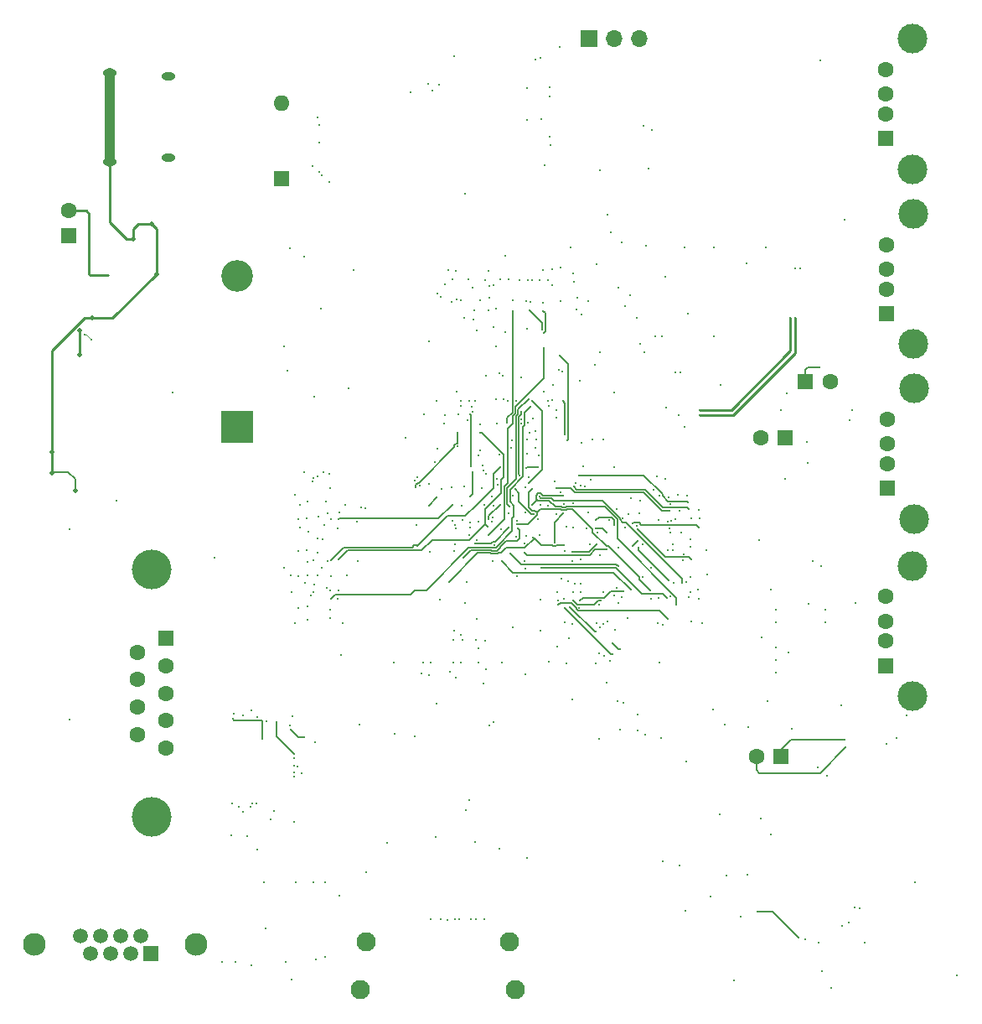
<source format=gbl>
%TF.GenerationSoftware,KiCad,Pcbnew,(6.99.0-1585-g9fcc641808)*%
%TF.CreationDate,2022-04-15T11:00:37+08:00*%
%TF.ProjectId,RaspberryPi,52617370-6265-4727-9279-50692e6b6963,rev?*%
%TF.SameCoordinates,Original*%
%TF.FileFunction,Copper,L4,Bot*%
%TF.FilePolarity,Positive*%
%FSLAX46Y46*%
G04 Gerber Fmt 4.6, Leading zero omitted, Abs format (unit mm)*
G04 Created by KiCad (PCBNEW (6.99.0-1585-g9fcc641808)) date 2022-04-15 11:00:37*
%MOMM*%
%LPD*%
G01*
G04 APERTURE LIST*
%TA.AperFunction,ComponentPad*%
%ADD10R,1.600000X1.600000*%
%TD*%
%TA.AperFunction,ComponentPad*%
%ADD11C,1.600000*%
%TD*%
%TA.AperFunction,ComponentPad*%
%ADD12C,4.000000*%
%TD*%
%TA.AperFunction,ComponentPad*%
%ADD13C,3.000000*%
%TD*%
%TA.AperFunction,ComponentPad*%
%ADD14R,1.500000X1.600000*%
%TD*%
%TA.AperFunction,ComponentPad*%
%ADD15R,1.500000X1.500000*%
%TD*%
%TA.AperFunction,ComponentPad*%
%ADD16C,1.500000*%
%TD*%
%TA.AperFunction,ComponentPad*%
%ADD17C,2.300000*%
%TD*%
%TA.AperFunction,ComponentPad*%
%ADD18R,1.700000X1.700000*%
%TD*%
%TA.AperFunction,ComponentPad*%
%ADD19O,1.700000X1.700000*%
%TD*%
%TA.AperFunction,ComponentPad*%
%ADD20R,3.200000X3.200000*%
%TD*%
%TA.AperFunction,ComponentPad*%
%ADD21O,3.200000X3.200000*%
%TD*%
%TA.AperFunction,ComponentPad*%
%ADD22O,1.600000X1.600000*%
%TD*%
%TA.AperFunction,ComponentPad*%
%ADD23O,1.400000X0.800000*%
%TD*%
%TA.AperFunction,ComponentPad*%
%ADD24C,1.950000*%
%TD*%
%TA.AperFunction,ViaPad*%
%ADD25C,0.250000*%
%TD*%
%TA.AperFunction,ViaPad*%
%ADD26C,0.300000*%
%TD*%
%TA.AperFunction,ViaPad*%
%ADD27C,0.500000*%
%TD*%
%TA.AperFunction,Conductor*%
%ADD28C,0.250000*%
%TD*%
%TA.AperFunction,Conductor*%
%ADD29C,0.127000*%
%TD*%
%TA.AperFunction,Conductor*%
%ADD30C,0.101600*%
%TD*%
%TA.AperFunction,Conductor*%
%ADD31C,1.000000*%
%TD*%
%TA.AperFunction,Conductor*%
%ADD32C,0.154000*%
%TD*%
G04 APERTURE END LIST*
D10*
%TO.P,C73,1*%
%TO.N,/HOST_PWR2*%
X158495112Y-123349999D03*
D11*
%TO.P,C73,2*%
%TO.N,GND*%
X155995113Y-123350000D03*
%TD*%
D10*
%TO.P,C74,1*%
%TO.N,/HOST_PWR1*%
X160944887Y-85549999D03*
D11*
%TO.P,C74,2*%
%TO.N,GND*%
X163444888Y-85550000D03*
%TD*%
D10*
%TO.P,C51,1*%
%TO.N,Net-(D12-K)*%
X158939999Y-91209999D03*
D11*
%TO.P,C51,2*%
%TO.N,GND*%
X156440000Y-91210000D03*
%TD*%
D10*
%TO.P,REF\u002A\u002A,1*%
%TO.N,Net-(Q1-S)*%
X86499999Y-70789999D03*
D11*
%TO.P,REF\u002A\u002A,2*%
%TO.N,GND*%
X86500000Y-68290000D03*
%TD*%
%TO.P,J9,9,9*%
%TO.N,unconnected-(J9-Pad9)*%
X93460300Y-121175000D03*
%TO.P,J9,8,8*%
%TO.N,Net-(U31-R2IN)*%
X93460300Y-118405000D03*
%TO.P,J9,7,7*%
%TO.N,Net-(U31-T2OUT)*%
X93460300Y-115635000D03*
%TO.P,J9,6,6*%
%TO.N,unconnected-(J9-Pad6)*%
X93460300Y-112865000D03*
%TO.P,J9,5,5*%
%TO.N,GND*%
X96300300Y-122560000D03*
%TO.P,J9,4,4*%
%TO.N,unconnected-(J9-Pad4)*%
X96300300Y-119790000D03*
%TO.P,J9,3,3*%
%TO.N,Net-(U31-T1OUT)*%
X96300300Y-117020000D03*
%TO.P,J9,2,2*%
%TO.N,Net-(U31-R1IN)*%
X96300300Y-114250000D03*
D10*
%TO.P,J9,1,1*%
%TO.N,unconnected-(J9-Pad1)*%
X96300299Y-111479999D03*
D12*
%TO.P,J9,0*%
%TO.N,N/C*%
X94880300Y-104520000D03*
X94880300Y-129520000D03*
%TD*%
D13*
%TO.P,J7,5,Shield*%
%TO.N,GND*%
X171770000Y-117290000D03*
X171770000Y-104150000D03*
D11*
%TO.P,J7,4,GND*%
X169060000Y-107220000D03*
%TO.P,J7,3,D+*%
%TO.N,Net-(D15-A2)*%
X169060000Y-109720000D03*
%TO.P,J7,2,D-*%
%TO.N,Net-(D18-A2)*%
X169060000Y-111720000D03*
D14*
%TO.P,J7,1,VBUS*%
%TO.N,/HOST_PWR2*%
X169059999Y-114219999D03*
%TD*%
%TO.P,J6,1,VBUS*%
%TO.N,/HOST_PWR2*%
X169099999Y-61009999D03*
D11*
%TO.P,J6,2,D-*%
%TO.N,Net-(D17-A2)*%
X169100000Y-58510000D03*
%TO.P,J6,3,D+*%
%TO.N,Net-(D14-A2)*%
X169100000Y-56510000D03*
%TO.P,J6,4,GND*%
%TO.N,GND*%
X169100000Y-54010000D03*
D13*
%TO.P,J6,5,Shield*%
X171810000Y-50940000D03*
X171810000Y-64080000D03*
%TD*%
D14*
%TO.P,J5,1,VBUS*%
%TO.N,/HOST_PWR1*%
X169119999Y-78699999D03*
D11*
%TO.P,J5,2,D-*%
%TO.N,Net-(D16-A2)*%
X169120000Y-76200000D03*
%TO.P,J5,3,D+*%
%TO.N,Net-(D13-A2)*%
X169120000Y-74200000D03*
%TO.P,J5,4,GND*%
%TO.N,GND*%
X169120000Y-71700000D03*
D13*
%TO.P,J5,5,Shield*%
X171830000Y-68630000D03*
X171830000Y-81770000D03*
%TD*%
D15*
%TO.P,J4,1*%
%TO.N,Net-(U25-TD4-)*%
X94779999Y-143274999D03*
D16*
%TO.P,J4,2*%
%TO.N,Net-(U25-TD4+)*%
X93764000Y-141495000D03*
%TO.P,J4,3*%
%TO.N,Net-(U25-TD3-)*%
X92748000Y-143275000D03*
%TO.P,J4,4*%
%TO.N,Net-(U25-TD2-)*%
X91732000Y-141495000D03*
%TO.P,J4,5*%
%TO.N,Net-(U25-TD2+)*%
X90716000Y-143275000D03*
%TO.P,J4,6*%
%TO.N,Net-(U25-TD3+)*%
X89700000Y-141495000D03*
%TO.P,J4,7*%
%TO.N,Net-(U25-TD1-)*%
X88684000Y-143275000D03*
%TO.P,J4,8*%
%TO.N,Net-(U25-TD1+)*%
X87668000Y-141495000D03*
D17*
%TO.P,J4,SH*%
%TO.N,N/C*%
X83090000Y-142385000D03*
X99350000Y-142385000D03*
%TD*%
D13*
%TO.P,J2,5,Shield*%
%TO.N,GND*%
X171940000Y-99390000D03*
X171940000Y-86250000D03*
D11*
%TO.P,J2,4,GND*%
X169230000Y-89320000D03*
%TO.P,J2,3,D+*%
%TO.N,Net-(D7-A2)*%
X169230000Y-91820000D03*
%TO.P,J2,2,D-*%
%TO.N,Net-(D5-A2)*%
X169230000Y-93820000D03*
D14*
%TO.P,J2,1,VBUS*%
%TO.N,Net-(D12-K)*%
X169229999Y-96319999D03*
%TD*%
D18*
%TO.P,J1,1,Pin_1*%
%TO.N,/SDMMC_D1*%
X139134999Y-50914999D03*
D19*
%TO.P,J1,2,Pin_2*%
%TO.N,/SDMMC_D0*%
X141674999Y-50914999D03*
%TO.P,J1,3,Pin_3*%
%TO.N,GND*%
X144214999Y-50914999D03*
%TD*%
D20*
%TO.P,D2,1,K*%
%TO.N,Net-(D2-K)*%
X103554999Y-90154999D03*
D21*
%TO.P,D2,2,A*%
%TO.N,GND*%
X103554999Y-74914999D03*
%TD*%
D10*
%TO.P,D1,1,K*%
%TO.N,GND*%
X108004999Y-65014999D03*
D22*
%TO.P,D1,2,A*%
%TO.N,+5V*%
X108004999Y-57394999D03*
%TD*%
D23*
%TO.P,P1,S1,SHIELD*%
%TO.N,GND*%
X90664999Y-54344999D03*
X96614999Y-54704999D03*
X96614999Y-62964999D03*
X90664999Y-63324999D03*
%TD*%
D24*
%TO.P,J8,S1*%
%TO.N,N/C*%
X131070000Y-142059500D03*
%TO.P,J8,S2*%
X116570000Y-142059500D03*
%TO.P,J8,S3*%
X115970000Y-146959500D03*
%TO.P,J8,S4*%
X131670000Y-146959500D03*
%TD*%
D25*
%TO.N,/HUB_D2+*%
X147805000Y-84580916D03*
%TO.N,/HUB_D2-*%
X148355000Y-84580916D03*
X160455000Y-74110000D03*
%TO.N,/HUB_D2+*%
X159905000Y-74110000D03*
%TO.N,/HUB_D3-*%
X150310000Y-88935000D03*
%TO.N,/HUB_D3+*%
X150310000Y-88385000D03*
%TO.N,/HUB_D3-*%
X159945000Y-79130000D03*
%TO.N,/HUB_D3+*%
X159395000Y-79130000D03*
%TO.N,GND*%
X165040000Y-122460000D03*
%TO.N,/HOST_PWR2*%
X164930000Y-121710000D03*
%TO.N,/HOST_PWR1*%
X162400000Y-84070000D03*
%TO.N,GND*%
X90490000Y-74830000D03*
D26*
%TO.N,/RSET*%
X106110000Y-121593100D03*
X103100000Y-119600000D03*
%TO.N,/CLK*%
X114770000Y-86220000D03*
X112650838Y-103633145D03*
D25*
%TO.N,/MDI3-*%
X105593300Y-132818200D03*
X112410000Y-136110500D03*
%TO.N,/MDI3+*%
X105510000Y-128098000D03*
X111250100Y-136110500D03*
%TO.N,/MDI2-*%
X104853000Y-128445800D03*
X109438800Y-136110500D03*
%TO.N,/MDI1-*%
X103708800Y-128431400D03*
X106264900Y-136110500D03*
%TO.N,/PHY_PMEB*%
X110346200Y-121465900D03*
X108924400Y-120674500D03*
%TO.N,/HOST1_D-*%
X140641500Y-113243500D03*
X146456800Y-80939700D03*
%TO.N,/HOST1_D+*%
X140086500Y-112990100D03*
X145777900Y-80948800D03*
%TO.N,/UART1_RTS*%
X126297900Y-111608700D03*
X157995000Y-109847900D03*
%TO.N,/UART1_TX*%
X156503900Y-111363300D03*
X125362600Y-111656100D03*
%TO.N,/UART1_CTS*%
X125503300Y-110693300D03*
X157995000Y-108579300D03*
%TO.N,/UART1_RX*%
X126177100Y-111106000D03*
X157995000Y-112399700D03*
%TO.N,/I2C2_SDA*%
X144877800Y-71862400D03*
X137267600Y-71968800D03*
X137525700Y-100307700D03*
%TO.N,/I2C2_SCL*%
X139964600Y-100811400D03*
X145144900Y-64021800D03*
%TO.N,/PHY_TXEN*%
X121478300Y-121383100D03*
X109274900Y-123578200D03*
%TO.N,Net-(U26-MAC_TXEN)*%
X137395300Y-109981700D03*
X137406900Y-117633700D03*
X123695000Y-118047900D03*
%TO.N,Net-(U26-TXD3)*%
X137168800Y-108289700D03*
X139766900Y-110784900D03*
X140890000Y-115906400D03*
%TO.N,Net-(U26-MAC_TXD2)*%
X139847500Y-109892200D03*
X142537300Y-117984200D03*
%TO.N,Net-(U26-MAC_TXD1)*%
X136628300Y-109836700D03*
X140567000Y-110033600D03*
X143970000Y-119130100D03*
%TO.N,Net-(U26-MAC_TXD0)*%
X136638500Y-108380200D03*
X141482000Y-113029000D03*
%TO.N,/PHY_TXCLK*%
X109285300Y-125390000D03*
X146351400Y-121527000D03*
%TO.N,Net-(U26-MAC_CLK)*%
X114006700Y-113133200D03*
X135838400Y-112324200D03*
%TO.N,/PHY_RXD0*%
X102983200Y-131373600D03*
X106910000Y-129767700D03*
%TO.N,/SDMMC_CLK*%
X142039400Y-107918100D03*
X144594500Y-59705900D03*
X135159700Y-56786700D03*
%TO.N,/OTG_D-*%
X161164600Y-93740000D03*
X139814300Y-114004400D03*
%TO.N,/OTG_D+*%
X141248600Y-113709200D03*
X161145400Y-91623000D03*
%TO.N,/MAC_MDIO*%
X108882100Y-120244800D03*
X109090200Y-119313700D03*
%TO.N,/PHY_TXD3*%
X111387900Y-121970700D03*
X140151700Y-121570900D03*
%TO.N,/PHY_TXD2*%
X142230700Y-120645600D03*
X105589400Y-119426100D03*
X109271800Y-124340000D03*
%TO.N,/PHY_TXD1*%
X109657200Y-124429700D03*
X104938500Y-118692500D03*
X143970000Y-120777800D03*
%TO.N,/PHY_TXD0*%
X144790800Y-121183700D03*
X103233500Y-119046700D03*
X109283600Y-125005900D03*
%TO.N,Net-(U21-OVCUR1)*%
X149105000Y-78679300D03*
X148754700Y-71968100D03*
%TO.N,Net-(U21-PSELF)*%
X151705000Y-80943700D03*
X151717100Y-71982000D03*
%TO.N,Net-(U21-RREF)*%
X146906900Y-88151200D03*
X155000000Y-73619700D03*
%TO.N,/PHY_INT*%
X109259000Y-130026300D03*
X104570000Y-131427300D03*
%TO.N,/SDMMC_CMD*%
X139174800Y-101989400D03*
X140501200Y-91366600D03*
X139441100Y-91366600D03*
X135130900Y-55861300D03*
X111667900Y-58853500D03*
%TO.N,/SDMMC_D3*%
X140528600Y-106816200D03*
X140976800Y-68661100D03*
X134306900Y-59060000D03*
X111833900Y-59655900D03*
%TO.N,Net-(U2-USB_RBIAS)*%
X135047500Y-113829100D03*
X146168800Y-113891700D03*
%TO.N,/SDMMC_D2*%
X140099300Y-108057400D03*
X141292700Y-70441000D03*
X135158700Y-60777900D03*
X111838900Y-61442100D03*
%TO.N,Net-(U31-R2IN)*%
X162945000Y-108579000D03*
%TO.N,Net-(U31-T2OUT)*%
X162945000Y-109858000D03*
%TO.N,Net-(U31-T1OUT)*%
X157995000Y-114930600D03*
%TO.N,Net-(U31-R1IN)*%
X157995000Y-113657900D03*
%TO.N,Net-(U25-TD1+)*%
X112410000Y-143597500D03*
%TO.N,Net-(U25-TD1-)*%
X111510500Y-143859500D03*
%TO.N,Net-(U25-TD3+)*%
X106410000Y-140718700D03*
%TO.N,Net-(U25-TD2+)*%
X109047000Y-145905800D03*
%TO.N,Net-(U25-TD2-)*%
X108410000Y-144105800D03*
%TO.N,Net-(U25-TD3-)*%
X104953700Y-144471500D03*
%TO.N,Net-(U25-TD4+)*%
X103410000Y-144105800D03*
%TO.N,Net-(U25-TD4-)*%
X102055900Y-144155200D03*
%TO.N,/SDMMC_D0*%
X136570900Y-107491400D03*
X134649700Y-63729800D03*
X111832800Y-64359600D03*
%TO.N,/SDMMC_D1*%
X135182900Y-61634100D03*
X111175000Y-63760300D03*
X138157500Y-107672500D03*
X142566100Y-106689100D03*
X144720700Y-82586300D03*
X140217900Y-82586300D03*
%TO.N,Net-(D11-A2)*%
X121075000Y-56347700D03*
X132855000Y-59131900D03*
%TO.N,Net-(D10-A2)*%
X122833400Y-55505900D03*
X133660000Y-53013900D03*
%TO.N,Net-(D9-A2)*%
X123275000Y-56164900D03*
X132865000Y-55870700D03*
%TO.N,Net-(D8-A2)*%
X134147300Y-52849800D03*
X125475000Y-52693000D03*
%TO.N,/SDMMC_DET*%
X126575000Y-66560700D03*
X112072500Y-64692900D03*
X141907300Y-106373300D03*
X142432700Y-71484600D03*
%TO.N,/PHY_CLKOUT125*%
X115926700Y-120192500D03*
X104110000Y-119272700D03*
%TO.N,Net-(U27-EN)*%
X159065850Y-86687950D03*
X170130000Y-121527000D03*
%TO.N,Net-(U25-TCT1)_1*%
X113855100Y-137472900D03*
X176296200Y-145501700D03*
%TO.N,Net-(D12-K)*%
X158900000Y-95393700D03*
%TO.N,Net-(U21-RESET#)*%
X156971100Y-72027900D03*
X152355000Y-85868200D03*
%TO.N,/RECOVER*%
X130282400Y-113935300D03*
X128468300Y-116008100D03*
%TO.N,Net-(U11-HDMI_HPD)*%
X123988200Y-107580300D03*
X116550000Y-135071200D03*
%TO.N,/I2C5_SDA_HDMI*%
X126966100Y-127757000D03*
X138109300Y-108370000D03*
%TO.N,/I2C5_SCL_HDMI*%
X140266900Y-107680000D03*
X137520100Y-107637600D03*
X132852500Y-133632500D03*
%TO.N,/HDMICEC*%
X140238400Y-110317700D03*
X131419400Y-110376100D03*
X127545000Y-131985800D03*
%TO.N,/HDMITXC-*%
X123070000Y-139846200D03*
X122169000Y-115032500D03*
%TO.N,/HDMITXC+*%
X122317800Y-113900900D03*
X124144400Y-139851700D03*
%TO.N,/HDMITXD0-*%
X122942100Y-115156200D03*
X124765900Y-139857200D03*
%TO.N,/HDMITXD0+*%
X123117800Y-113900900D03*
X125515700Y-139851700D03*
%TO.N,/HDMITXD1-*%
X125038400Y-114837400D03*
X126015700Y-139851700D03*
%TO.N,/HDMITXD1+*%
X125363400Y-113905300D03*
X127137000Y-139851700D03*
%TO.N,/HDMITXD2-*%
X125619200Y-115410400D03*
X127639200Y-139849500D03*
%TO.N,/HDMITXD2+*%
X126161200Y-113903100D03*
X128508300Y-139851700D03*
%TO.N,/HOST_VBus*%
X127904600Y-112447200D03*
X159269500Y-112858800D03*
X158501450Y-88430150D03*
%TO.N,/UART0_RX*%
X162207200Y-124509700D03*
X161734900Y-103642700D03*
X140205200Y-103060000D03*
%TO.N,/UART0_CTS*%
X164554800Y-118189200D03*
X142012300Y-117822700D03*
X138247500Y-103507300D03*
%TO.N,/UART0_TX*%
X163155500Y-125322200D03*
X162527000Y-104147300D03*
X137370300Y-103648400D03*
%TO.N,/D5*%
X141862400Y-98444300D03*
X150951000Y-102585300D03*
%TO.N,/D7*%
X141158000Y-99552000D03*
X149313000Y-102243600D03*
X143882000Y-100108500D03*
X143882000Y-79112200D03*
X129740700Y-78209100D03*
%TO.N,/D4*%
X142526300Y-99331500D03*
X147023400Y-99708900D03*
X147045100Y-102574900D03*
X129440300Y-75838400D03*
X142058200Y-76088500D03*
%TO.N,/DQS0M*%
X144197800Y-98867800D03*
X147786100Y-99448900D03*
X128997800Y-77068400D03*
X139002100Y-77450400D03*
X139260000Y-95452500D03*
%TO.N,/D6*%
X144524100Y-101959400D03*
X144272100Y-81764800D03*
X129487700Y-80027200D03*
X128996200Y-75928100D03*
%TO.N,/D3*%
X150170100Y-100250000D03*
X143459700Y-99893400D03*
X141620900Y-100006900D03*
X139763400Y-99535500D03*
X141644400Y-86639000D03*
X127712200Y-80393800D03*
X128086300Y-77322900D03*
%TO.N,/D1*%
X138882800Y-100380300D03*
X149312600Y-101470000D03*
%TO.N,/DQS0P*%
X139660800Y-83869600D03*
X127478300Y-78359500D03*
X143363600Y-97345600D03*
X147298600Y-97936900D03*
X147274100Y-100764400D03*
%TO.N,/D2*%
X127338500Y-76076300D03*
X143224400Y-76851400D03*
X142706300Y-100261200D03*
%TO.N,/DM0*%
X126941700Y-75206600D03*
X146774400Y-74945100D03*
X148260800Y-98618800D03*
X136818300Y-100200400D03*
X147576900Y-101941700D03*
%TO.N,/D0*%
X139734900Y-100392200D03*
X140875200Y-100818600D03*
X147251800Y-100340700D03*
X128938500Y-74350300D03*
X139898100Y-73687600D03*
%TO.N,/D16*%
X125232300Y-77458100D03*
X128350700Y-93975300D03*
X149438800Y-99373900D03*
X136558900Y-97903400D03*
%TO.N,/DM2*%
X143057500Y-98893900D03*
X147400800Y-99619200D03*
X142770500Y-77917000D03*
X126138400Y-77322900D03*
%TO.N,/D18*%
X138300800Y-91711700D03*
X150236200Y-99383800D03*
X125729300Y-77285500D03*
X137920700Y-77106300D03*
%TO.N,/DQS2P*%
X125285400Y-75220300D03*
X137526100Y-74629200D03*
X137546600Y-96135600D03*
X149157600Y-98397600D03*
%TO.N,/D17*%
X124539400Y-75721400D03*
X124539400Y-88936600D03*
X135778500Y-96265600D03*
X147254400Y-98568600D03*
%TO.N,/D19*%
X137753800Y-95773400D03*
X145940400Y-95133500D03*
X146133800Y-99520100D03*
X137557300Y-75456800D03*
X125631000Y-74394200D03*
%TO.N,/D22*%
X138240300Y-96001900D03*
X148107100Y-96993200D03*
X122899400Y-81497200D03*
X138143000Y-85489200D03*
%TO.N,/DQS2M*%
X138077700Y-94989300D03*
X149095400Y-97722300D03*
X124090300Y-77005600D03*
X137813900Y-78248300D03*
%TO.N,/D20*%
X122423800Y-88848200D03*
X137458600Y-97845800D03*
X150160900Y-98506200D03*
%TO.N,/D23*%
X138638400Y-96115400D03*
X147125300Y-97223000D03*
X123738800Y-76679400D03*
X138333700Y-78779800D03*
%TO.N,/D21*%
X146228700Y-97076600D03*
X136260500Y-96676800D03*
X127284200Y-88042900D03*
X124863500Y-74275300D03*
%TO.N,/CS1N*%
X128471400Y-94499900D03*
X130041900Y-84732800D03*
X111231300Y-95257900D03*
X109696000Y-105176600D03*
%TO.N,/ODT1*%
X108244200Y-104366100D03*
X108244200Y-82026000D03*
X129709900Y-82026000D03*
X134227400Y-98017600D03*
X135056700Y-87994900D03*
%TO.N,/A8*%
X133955600Y-99460800D03*
X114234500Y-109958400D03*
X134158300Y-107582800D03*
X136010500Y-84373400D03*
X136190900Y-74042300D03*
X135495000Y-85852800D03*
X134158300Y-110691900D03*
X150570000Y-109914300D03*
%TO.N,/A14*%
X138516900Y-94115000D03*
X141625100Y-94195800D03*
X141717400Y-110614400D03*
X149439800Y-109783400D03*
X112900500Y-109455300D03*
X141628200Y-107150900D03*
%TO.N,/A13*%
X134983400Y-98082500D03*
X135819000Y-88460100D03*
X136383300Y-84534300D03*
X110634300Y-109548700D03*
X136006800Y-108099200D03*
X147025800Y-109506400D03*
%TO.N,/DDR_RST*%
X146078700Y-109887100D03*
X140955100Y-109769700D03*
X136906200Y-91468800D03*
X136126400Y-82899000D03*
X130983000Y-100299500D03*
X133396600Y-89276000D03*
X127573700Y-101907400D03*
X109368400Y-109946700D03*
%TO.N,/A6*%
X135338200Y-74196500D03*
X135334700Y-87426700D03*
X148120000Y-88920000D03*
X148908400Y-105779700D03*
X112607300Y-106371700D03*
%TO.N,/A11*%
X134076700Y-97124100D03*
X134957300Y-87484600D03*
X134938400Y-75260900D03*
X148502600Y-105823300D03*
X112911300Y-108605900D03*
X114601300Y-105095500D03*
X132654100Y-104395900D03*
%TO.N,/A9*%
X148595500Y-103577100D03*
X136558700Y-102039100D03*
X133454400Y-101248800D03*
X135818600Y-89172100D03*
X135353600Y-75772600D03*
X124920100Y-105741600D03*
X110634300Y-108212300D03*
%TO.N,/A7*%
X109711000Y-108369200D03*
X111774600Y-99136000D03*
X133333900Y-98031100D03*
X136497900Y-97096700D03*
X136651800Y-90844300D03*
X136475300Y-87532000D03*
X136184100Y-77421600D03*
X147942100Y-108106300D03*
%TO.N,/A4*%
X132670900Y-98750400D03*
X134520900Y-86554100D03*
X134463400Y-74275300D03*
X136671300Y-102659700D03*
X135938700Y-107607200D03*
X113701800Y-107473300D03*
X136963400Y-105664900D03*
X150226100Y-107506100D03*
%TO.N,/A1*%
X134121300Y-75260900D03*
X133140100Y-88090900D03*
X131493700Y-99197400D03*
X112984500Y-107463200D03*
X121462300Y-106587200D03*
X149196400Y-107269300D03*
%TO.N,/A2*%
X111672900Y-105118700D03*
X134238600Y-104380000D03*
X146976000Y-107422900D03*
X131392800Y-89049600D03*
X134457900Y-77561800D03*
X134502100Y-82166800D03*
X130873400Y-95790700D03*
X128901400Y-101050900D03*
X129345900Y-103635700D03*
%TO.N,/A5*%
X133915800Y-94160200D03*
X133752600Y-91420300D03*
X134517700Y-80606700D03*
X134469700Y-78419000D03*
X132775500Y-94233700D03*
X111294500Y-106011700D03*
X112251800Y-94709500D03*
X133976800Y-92995500D03*
X146798800Y-95379600D03*
X147318000Y-107213300D03*
%TO.N,/BA1*%
X132964300Y-87323100D03*
X132929300Y-75260900D03*
X131022500Y-98118700D03*
X113761200Y-106587200D03*
X115692200Y-103645600D03*
X150126100Y-106558300D03*
%TO.N,/A12*%
X112923100Y-106589500D03*
X149376400Y-106792400D03*
X136514100Y-98806700D03*
X135587800Y-101804100D03*
X136298200Y-105421200D03*
X133318000Y-87517100D03*
X133338400Y-75275600D03*
X133000400Y-95799300D03*
%TO.N,/A0*%
X133705300Y-90557300D03*
X145624600Y-96442800D03*
X146118100Y-107393000D03*
X111214700Y-106763600D03*
X132266900Y-85080300D03*
X133146400Y-77479500D03*
X132107100Y-95009400D03*
X132238200Y-88617100D03*
%TO.N,/A3*%
X133064700Y-90680200D03*
X133081200Y-78348300D03*
X134317700Y-80265200D03*
X131781900Y-99957700D03*
X133329900Y-96384500D03*
X145274900Y-106609500D03*
X109035500Y-106757400D03*
X132617900Y-103619200D03*
%TO.N,/BA2*%
X132769000Y-77435100D03*
X132910700Y-89683400D03*
X131195500Y-92249400D03*
X111027300Y-107109800D03*
X116101800Y-98205500D03*
X129779100Y-95347600D03*
X144090300Y-102308700D03*
X147153600Y-105598500D03*
%TO.N,/BA0*%
X130959700Y-98859000D03*
X132868800Y-91392900D03*
X132867400Y-80233400D03*
X110425600Y-105890300D03*
X147660800Y-105876000D03*
%TO.N,/A10*%
X132050700Y-75260900D03*
X113045600Y-105167500D03*
X131787500Y-105224200D03*
X133483600Y-98921400D03*
X131621400Y-96420400D03*
X149301700Y-105277500D03*
X131747700Y-87491400D03*
%TO.N,/WEN*%
X132279000Y-89787500D03*
X131362300Y-77322900D03*
X148409700Y-100763300D03*
X148759300Y-90100300D03*
X110669900Y-105092300D03*
X108628500Y-84417100D03*
X131919700Y-100335800D03*
X126430900Y-103286800D03*
%TO.N,/CS0N*%
X128238400Y-96326100D03*
X142061700Y-102312500D03*
X129902300Y-95918400D03*
%TO.N,/CKE0*%
X130363700Y-84944600D03*
X130598100Y-72810000D03*
X129425300Y-98110900D03*
X115664300Y-99715900D03*
X129321900Y-99253200D03*
X131117100Y-102857900D03*
X142054900Y-104171200D03*
X151057900Y-104991200D03*
%TO.N,/CLKN*%
X131006100Y-75247300D03*
X130889600Y-87485900D03*
X148655800Y-102942900D03*
X131423900Y-97052100D03*
X130220000Y-100451600D03*
X112076900Y-104370100D03*
%TO.N,/CASN*%
X123036900Y-102742300D03*
X111279500Y-103611400D03*
X130095800Y-97992300D03*
X128975200Y-99454700D03*
X130795000Y-89716400D03*
X131361000Y-78463400D03*
X129531600Y-102033200D03*
X132589700Y-102824200D03*
X140903100Y-102486000D03*
X147573600Y-102546700D03*
%TO.N,/ODT0*%
X135804400Y-98896400D03*
X137402600Y-102697800D03*
X139867500Y-101965300D03*
X131286900Y-91464200D03*
X130018100Y-92912000D03*
X135585700Y-95644900D03*
%TO.N,/CLK*%
X130487200Y-87350700D03*
X130138400Y-75254700D03*
X132865900Y-92839100D03*
X132698200Y-96244700D03*
X144007500Y-100485900D03*
X149431000Y-103502400D03*
%TO.N,/RASN*%
X110642500Y-103787100D03*
X111136400Y-95642100D03*
X128725700Y-94817100D03*
X128947500Y-78305000D03*
X130591100Y-80560800D03*
X130274400Y-103685300D03*
X143296700Y-106524300D03*
X144482200Y-105280300D03*
%TO.N,/D13*%
X128702400Y-84963300D03*
X125565700Y-101965600D03*
X109702100Y-102624000D03*
X127917500Y-99659400D03*
%TO.N,/D15*%
X111695400Y-102836000D03*
X125447700Y-102633300D03*
X128494700Y-97966000D03*
X129271800Y-97165200D03*
X129688400Y-87340300D03*
%TO.N,/D12*%
X127724400Y-98012500D03*
X130156500Y-94189100D03*
X129781300Y-89807400D03*
X113047200Y-103569100D03*
%TO.N,/DQS1M*%
X127904900Y-93030600D03*
X128114900Y-89865100D03*
X110319700Y-94713500D03*
X110553500Y-102552100D03*
%TO.N,/D14*%
X128819600Y-100174800D03*
X128114900Y-90685400D03*
X113756400Y-103531800D03*
%TO.N,/D11*%
X111696400Y-101414900D03*
X127035500Y-100240900D03*
X127365000Y-88582200D03*
%TO.N,/D9*%
X127093000Y-97182100D03*
X127347300Y-94719000D03*
X127619300Y-87480500D03*
X127033100Y-99727400D03*
X110751800Y-100713600D03*
%TO.N,/DQS1P*%
X127168400Y-94087300D03*
X127106500Y-88857400D03*
X111630000Y-95140800D03*
X112204300Y-101446100D03*
%TO.N,/D10*%
X112685800Y-98800300D03*
X126468000Y-96111500D03*
%TO.N,/DM1*%
X125607800Y-100365700D03*
X113707600Y-100374800D03*
X126968400Y-87486600D03*
%TO.N,/D8*%
X126839700Y-89419900D03*
X126328000Y-99513100D03*
X112370000Y-100052000D03*
X121659700Y-100031700D03*
%TO.N,/D24*%
X122905000Y-95835900D03*
X126168400Y-87474500D03*
X112537700Y-97691000D03*
%TO.N,/DM3*%
X121587200Y-96170000D03*
X110587600Y-99334000D03*
X125814500Y-90709900D03*
%TO.N,/D26*%
X125316800Y-99571200D03*
X125693400Y-86545300D03*
X109703300Y-99432800D03*
%TO.N,/DQS3P*%
X125283200Y-97976900D03*
X113746000Y-99467900D03*
X126111500Y-87981600D03*
%TO.N,/D25*%
X124158500Y-96362700D03*
X113002100Y-99468100D03*
X125922600Y-88808600D03*
%TO.N,/D27*%
X124431600Y-89741900D03*
X123721800Y-97214100D03*
X122887800Y-98048100D03*
X113837400Y-98759200D03*
%TO.N,/D30*%
X121710300Y-95213100D03*
X109368400Y-96939100D03*
%TO.N,/DQS3M*%
X112973600Y-96319300D03*
X121501800Y-95538300D03*
X125250400Y-96206600D03*
%TO.N,/D28*%
X123709000Y-87475000D03*
X121964600Y-96066500D03*
X110627500Y-97653400D03*
X125519500Y-99987200D03*
%TO.N,/D31*%
X112883500Y-94883900D03*
X123482100Y-93693300D03*
%TO.N,/D29*%
X126220000Y-98046900D03*
X116491500Y-98363900D03*
X114492300Y-97966400D03*
%TO.N,/DDRPWR*%
X134088800Y-101010400D03*
X132710200Y-101108500D03*
X133681500Y-92260200D03*
X132279000Y-89317800D03*
X149022600Y-97048400D03*
X127408000Y-79240900D03*
X126470600Y-79082500D03*
X128597700Y-75260900D03*
X144249000Y-97589600D03*
X143968900Y-101626200D03*
X143487600Y-102177100D03*
X145360900Y-107440900D03*
X145354500Y-104304000D03*
X120535200Y-91183400D03*
X123768400Y-92292400D03*
%TO.N,Net-(Q1-G)*%
X88120000Y-80820000D03*
X88840000Y-81350000D03*
%TO.N,/32K_IN*%
X172065600Y-136053000D03*
X171166300Y-119224000D03*
X128670900Y-114602000D03*
%TO.N,Net-(AE1-A)*%
X153769900Y-146014800D03*
X156420000Y-129650000D03*
D27*
%TO.N,Net-(Q1-S)*%
X87625000Y-80415000D03*
X87625000Y-82805000D03*
D25*
%TO.N,/OTG_VBus*%
X129469100Y-119887800D03*
X132638400Y-115066300D03*
%TO.N,/OTGVDD*%
X156255100Y-101533700D03*
X152829000Y-120161800D03*
%TO.N,Net-(U24-EN)*%
X151629200Y-118666300D03*
X129043400Y-120281000D03*
%TO.N,/SDIO0_D2*%
X138229200Y-106813300D03*
X148799500Y-138971000D03*
X162268900Y-142167800D03*
%TO.N,Net-(U29-SDIO_DATA_3)*%
X164657200Y-140527200D03*
X160300000Y-141713900D03*
X156100200Y-139025200D03*
%TO.N,/SDIO0_D3*%
X148234700Y-134370900D03*
X137639400Y-105919200D03*
X155140000Y-135323200D03*
%TO.N,Net-(U29-SDIO_DATA_CLK)*%
X162627500Y-145057500D03*
X166411900Y-138701300D03*
%TO.N,/SDIO0_CLK*%
X137478000Y-106805200D03*
X161299200Y-107989700D03*
X163544800Y-146730900D03*
%TO.N,/SDIO0_D1*%
X151350900Y-137505800D03*
X165340100Y-140193900D03*
X138247300Y-105919200D03*
%TO.N,Net-(U29-SDIO_DATA_CMD)*%
X165921000Y-138639500D03*
X154381800Y-139601700D03*
%TO.N,/SDIO0_CMD*%
X152270000Y-129248200D03*
X152973100Y-135400600D03*
X142980900Y-109453900D03*
X146569700Y-110120400D03*
%TO.N,+1V1*%
X91386000Y-97536700D03*
X127783900Y-101580300D03*
%TO.N,/SDIO0_D0*%
X142414700Y-107327200D03*
X157490000Y-106575000D03*
X157490000Y-131254000D03*
%TO.N,+1V8*%
X127782800Y-109505600D03*
X127690200Y-111580300D03*
X137091100Y-111431000D03*
X126724400Y-105741600D03*
X115337500Y-74280800D03*
%TO.N,+3.3VP*%
X108844700Y-72073300D03*
X112825000Y-65356900D03*
%TO.N,+3V3*%
X96985000Y-86606400D03*
X111333400Y-87051900D03*
X135838400Y-106771200D03*
X126566300Y-107921000D03*
X126610300Y-128809600D03*
X123947500Y-55550400D03*
X145440000Y-60104800D03*
X110079000Y-125065100D03*
X104110000Y-129003000D03*
X107260000Y-128903500D03*
X130030900Y-132730000D03*
X146585300Y-133987000D03*
X111975000Y-78169900D03*
X157154400Y-117813800D03*
X155153400Y-120386700D03*
%TO.N,+1V0*%
X103060000Y-128111500D03*
X105056100Y-128112500D03*
X101259900Y-103284500D03*
X119342500Y-113883600D03*
X127882400Y-113935300D03*
X132570400Y-101891300D03*
X128637800Y-111724600D03*
X136775800Y-113993600D03*
X109273300Y-123133200D03*
X119459100Y-121140000D03*
X107539100Y-119879400D03*
X106497800Y-119871500D03*
%TO.N,+5V*%
X148960000Y-123858500D03*
X123603100Y-131481600D03*
X86636100Y-100449300D03*
X86636100Y-119699900D03*
X118652400Y-132070700D03*
D27*
%TO.N,GND*%
X93055000Y-71145000D03*
X88865000Y-79115000D03*
X95395000Y-74685000D03*
X84855000Y-94745000D03*
X84855000Y-92685000D03*
X87165000Y-96525000D03*
X94905000Y-69635000D03*
D25*
X136097000Y-51751000D03*
X169180000Y-122129300D03*
X165995000Y-107855000D03*
X165411300Y-89421700D03*
X165660000Y-88385000D03*
X164949300Y-69195000D03*
X140174200Y-64167900D03*
X162486300Y-53152000D03*
X159558700Y-120559900D03*
X110278900Y-72933000D03*
X166930100Y-142172000D03*
X160983300Y-141876700D03*
X109855000Y-97955000D03*
X109857000Y-100299400D03*
X139038400Y-98771900D03*
X108977500Y-105081200D03*
X141452900Y-111945600D03*
X142260900Y-112543000D03*
X132993100Y-95227000D03*
X131854000Y-99564700D03*
X131758100Y-101247500D03*
X125799800Y-92095700D03*
X128112600Y-92504000D03*
X129302000Y-99686800D03*
X126958800Y-101012800D03*
%TD*%
D28*
%TO.N,/HUB_D3-*%
X159945000Y-82673910D02*
X153683910Y-88935000D01*
X153683910Y-88935000D02*
X150310000Y-88935000D01*
%TO.N,/HUB_D3+*%
X159395000Y-82446090D02*
X153456090Y-88385000D01*
%TO.N,/HUB_D3-*%
X159945000Y-79130000D02*
X159945000Y-82673910D01*
%TO.N,/HUB_D3+*%
X159395000Y-79130000D02*
X159395000Y-82446090D01*
X153456090Y-88385000D02*
X150310000Y-88385000D01*
D29*
%TO.N,GND*%
X155995113Y-124745113D02*
X155995113Y-123350000D01*
X162430000Y-125070000D02*
X156320000Y-125070000D01*
X165040000Y-122460000D02*
X162430000Y-125070000D01*
X156320000Y-125070000D02*
X155995113Y-124745113D01*
%TO.N,/HOST_PWR2*%
X158495113Y-122704887D02*
X158495113Y-123350000D01*
X159490000Y-121710000D02*
X158495113Y-122704887D01*
X164930000Y-121710000D02*
X159490000Y-121710000D01*
%TO.N,/HOST_PWR1*%
X161200000Y-84070000D02*
X162400000Y-84070000D01*
X160944888Y-84325112D02*
X161200000Y-84070000D01*
X160944888Y-85550000D02*
X160944888Y-84325112D01*
D28*
%TO.N,GND*%
X88290000Y-68290000D02*
X86500000Y-68290000D01*
X88580000Y-68580000D02*
X88290000Y-68290000D01*
X88700000Y-74830000D02*
X88580000Y-74710000D01*
X90490000Y-74830000D02*
X88700000Y-74830000D01*
X88580000Y-74710000D02*
X88580000Y-68580000D01*
D29*
%TO.N,/RSET*%
X106110000Y-119792222D02*
X106110000Y-121593100D01*
X106058889Y-119741111D02*
X106110000Y-119792222D01*
X106060000Y-119740000D02*
X106058889Y-119741111D01*
X103241111Y-119741111D02*
X106058889Y-119741111D01*
X103100000Y-119600000D02*
X103241111Y-119741111D01*
%TO.N,/D12*%
X114270600Y-102345700D02*
X113047200Y-103569100D01*
X121442900Y-102091300D02*
X121219200Y-102315000D01*
X124763100Y-99130700D02*
X121728100Y-102165700D01*
X121653600Y-102091300D02*
X121442900Y-102091300D01*
X121728100Y-102165700D02*
X121653600Y-102091300D01*
X121219200Y-102345600D02*
X114270600Y-102345600D01*
X121219200Y-102315000D02*
X121219200Y-102345600D01*
X114270600Y-102345600D02*
X114270600Y-102345700D01*
X126606200Y-99130700D02*
X124763100Y-99130700D01*
X127724400Y-98012500D02*
X126606200Y-99130700D01*
%TO.N,/PHY_PMEB*%
X109715800Y-121465900D02*
X108924400Y-120674500D01*
X110346200Y-121465900D02*
X109715800Y-121465900D01*
%TO.N,Net-(U26-TXD3)*%
X139664000Y-110784900D02*
X137168800Y-108289700D01*
X139766900Y-110784900D02*
X139664000Y-110784900D01*
%TO.N,Net-(U26-MAC_TXD0)*%
X141287300Y-113029000D02*
X141482000Y-113029000D01*
X136638500Y-108380200D02*
X141287300Y-113029000D01*
%TO.N,/SDMMC_D1*%
X141271100Y-106689100D02*
X142566100Y-106689100D01*
X140596100Y-107364100D02*
X141271100Y-106689100D01*
X138465900Y-107364100D02*
X140596100Y-107364100D01*
X138157500Y-107672500D02*
X138465900Y-107364100D01*
%TO.N,/I2C5_SCL_HDMI*%
X140012600Y-107680000D02*
X140266900Y-107680000D01*
X139638500Y-108054100D02*
X140012600Y-107680000D01*
X137936600Y-108054100D02*
X139638500Y-108054100D01*
X137520100Y-107637600D02*
X137936600Y-108054100D01*
%TO.N,/D3*%
X140075700Y-99223200D02*
X139763400Y-99535500D01*
X141367600Y-99223200D02*
X140075700Y-99223200D01*
X141620900Y-99476500D02*
X141367600Y-99223200D01*
X141620900Y-100006900D02*
X141620900Y-99476500D01*
X143560400Y-99792700D02*
X143459700Y-99893400D01*
X144138300Y-99792700D02*
X143560400Y-99792700D01*
X144370500Y-100024900D02*
X144138300Y-99792700D01*
X149945000Y-100024900D02*
X144370500Y-100024900D01*
X150170100Y-100250000D02*
X149945000Y-100024900D01*
%TO.N,/D0*%
X140448800Y-100392200D02*
X140875200Y-100818600D01*
X139734900Y-100392200D02*
X140448800Y-100392200D01*
%TO.N,/DQS2P*%
X137862500Y-96451500D02*
X137546600Y-96135600D01*
X144748200Y-96451500D02*
X137862500Y-96451500D01*
X146549500Y-98252800D02*
X144748200Y-96451500D01*
X149012800Y-98252800D02*
X146549500Y-98252800D01*
X149157600Y-98397600D02*
X149012800Y-98252800D01*
%TO.N,/D17*%
X146505700Y-98568600D02*
X147254400Y-98568600D01*
X144642900Y-96705800D02*
X146505700Y-98568600D01*
X137670300Y-96705800D02*
X144642900Y-96705800D01*
X137230100Y-96265600D02*
X137670300Y-96705800D01*
X135778500Y-96265600D02*
X137230100Y-96265600D01*
%TO.N,/DQS2M*%
X144617700Y-94989300D02*
X138077700Y-94989300D01*
X146544500Y-96916100D02*
X144617700Y-94989300D01*
X146544500Y-97088700D02*
X146544500Y-96916100D01*
X147076900Y-97621100D02*
X146544500Y-97088700D01*
X148994200Y-97621100D02*
X147076900Y-97621100D01*
X149095400Y-97722300D02*
X148994200Y-97621100D01*
%TO.N,/A13*%
X146205200Y-108685800D02*
X147025800Y-109506400D01*
X137978600Y-108685800D02*
X146205200Y-108685800D01*
X137793500Y-108500700D02*
X137978600Y-108685800D01*
X137793500Y-108402500D02*
X137793500Y-108500700D01*
X137304200Y-107913200D02*
X137793500Y-108402500D01*
X136192800Y-107913200D02*
X137304200Y-107913200D01*
X136006800Y-108099200D02*
X136192800Y-107913200D01*
%TO.N,/DDR_RST*%
X129163500Y-101907400D02*
X127573700Y-101907400D01*
X129371700Y-101699200D02*
X129163500Y-101907400D01*
X129583300Y-101699200D02*
X129371700Y-101699200D01*
X130983000Y-100299500D02*
X129583300Y-101699200D01*
X137010300Y-91364700D02*
X136906200Y-91468800D01*
X137010300Y-83782900D02*
X137010300Y-91364700D01*
X136126400Y-82899000D02*
X137010300Y-83782900D01*
%TO.N,/A11*%
X148502600Y-105456900D02*
X148502600Y-105823300D01*
X142803900Y-99758200D02*
X148502600Y-105456900D01*
X142506500Y-99758200D02*
X142803900Y-99758200D01*
X142210500Y-99462200D02*
X142506500Y-99758200D01*
X142210500Y-99327200D02*
X142210500Y-99462200D01*
X140413300Y-97530000D02*
X142210500Y-99327200D01*
X135531800Y-97530000D02*
X140413300Y-97530000D01*
X135277500Y-97275700D02*
X135531800Y-97530000D01*
X134228300Y-97275700D02*
X135277500Y-97275700D01*
X134076700Y-97124100D02*
X134228300Y-97275700D01*
%TO.N,/A9*%
X133565500Y-101359800D02*
X133454400Y-101248800D01*
X135799400Y-102039100D02*
X136558700Y-102039100D01*
X135718600Y-102119900D02*
X135799400Y-102039100D01*
X135457100Y-102119900D02*
X135718600Y-102119900D01*
X135375700Y-102038500D02*
X135457100Y-102119900D01*
X134244100Y-102038500D02*
X135375700Y-102038500D01*
X133565500Y-101359800D02*
X134244100Y-102038500D01*
X132604300Y-102321000D02*
X133565500Y-101359800D01*
X130708100Y-102321000D02*
X132604300Y-102321000D01*
X130199500Y-102829600D02*
X130708100Y-102321000D01*
X129901000Y-102829600D02*
X130199500Y-102829600D01*
X129873000Y-102857600D02*
X129901000Y-102829600D01*
X129190300Y-102857600D02*
X129873000Y-102857600D01*
X129172100Y-102839400D02*
X129190300Y-102857600D01*
X127822300Y-102839400D02*
X129172100Y-102839400D01*
X124920100Y-105741600D02*
X127822300Y-102839400D01*
%TO.N,/A7*%
X133732200Y-97362000D02*
X133867600Y-97497400D01*
X133732200Y-97022100D02*
X133732200Y-97362000D01*
X133946000Y-96808300D02*
X133732200Y-97022100D01*
X134207500Y-96808300D02*
X133946000Y-96808300D01*
X134420600Y-97021400D02*
X134207500Y-96808300D01*
X136422600Y-97021400D02*
X134420600Y-97021400D01*
X136497900Y-97096700D02*
X136422600Y-97021400D01*
X133867600Y-97497400D02*
X133333900Y-98031100D01*
X136651800Y-87708500D02*
X136475300Y-87532000D01*
X136651800Y-90844300D02*
X136651800Y-87708500D01*
X147942100Y-107364400D02*
X147942100Y-108106300D01*
X141945400Y-101367700D02*
X147942100Y-107364400D01*
X141945400Y-99421700D02*
X141945400Y-101367700D01*
X140701600Y-98177900D02*
X141945400Y-99421700D01*
X136731000Y-98177900D02*
X140701600Y-98177900D01*
X136689700Y-98219200D02*
X136731000Y-98177900D01*
X136428200Y-98219200D02*
X136689700Y-98219200D01*
X136386900Y-98177900D02*
X136428200Y-98219200D01*
X135692800Y-98177900D02*
X136386900Y-98177900D01*
X135044900Y-97530000D02*
X135692800Y-98177900D01*
X133900200Y-97530000D02*
X135044900Y-97530000D01*
X133867600Y-97497400D02*
X133900200Y-97530000D01*
%TO.N,/A1*%
X121031400Y-107018100D02*
X121462300Y-106587200D01*
X113429600Y-107018100D02*
X121031400Y-107018100D01*
X112984500Y-107463200D02*
X113429600Y-107018100D01*
X132594800Y-88636200D02*
X133140100Y-88090900D01*
X132594800Y-89918300D02*
X132594800Y-88636200D01*
X132422900Y-90090200D02*
X132594800Y-89918300D01*
X132422900Y-95140200D02*
X132422900Y-90090200D01*
X131102700Y-96460400D02*
X132422900Y-95140200D01*
X131102700Y-97664000D02*
X131102700Y-96460400D01*
X131493700Y-98055000D02*
X131102700Y-97664000D01*
X131493700Y-99197400D02*
X131493700Y-98055000D01*
X131309700Y-99381400D02*
X131493700Y-99197400D01*
X131309700Y-100654200D02*
X131309700Y-99381400D01*
X129847400Y-102116500D02*
X131309700Y-100654200D01*
X129847400Y-102164000D02*
X129847400Y-102116500D01*
X129662400Y-102349000D02*
X129847400Y-102164000D01*
X129400900Y-102349000D02*
X129662400Y-102349000D01*
X129382700Y-102330800D02*
X129400900Y-102349000D01*
X126940500Y-102330800D02*
X129382700Y-102330800D01*
X122684100Y-106587200D02*
X126940500Y-102330800D01*
X121462300Y-106587200D02*
X122684100Y-106587200D01*
%TO.N,/A2*%
X141808100Y-104380000D02*
X134238600Y-104380000D01*
X144431900Y-107003800D02*
X141808100Y-104380000D01*
X146556900Y-107003800D02*
X144431900Y-107003800D01*
X146976000Y-107422900D02*
X146556900Y-107003800D01*
X131392800Y-88980000D02*
X131392800Y-89049600D01*
X131625100Y-88747700D02*
X131392800Y-88980000D01*
X131625100Y-88081100D02*
X131625100Y-88747700D01*
X134502100Y-85204100D02*
X131625100Y-88081100D01*
X134502100Y-82166800D02*
X134502100Y-85204100D01*
X130873400Y-90322900D02*
X130873400Y-95790700D01*
X131392800Y-89803500D02*
X130873400Y-90322900D01*
X131392800Y-89049600D02*
X131392800Y-89803500D01*
X130539400Y-99412900D02*
X128901400Y-101050900D01*
X130539400Y-96124700D02*
X130539400Y-99412900D01*
X130873400Y-95790700D02*
X130539400Y-96124700D01*
%TO.N,/A5*%
X134656400Y-78605700D02*
X134469700Y-78419000D01*
X134656400Y-80468000D02*
X134656400Y-78605700D01*
X134517700Y-80606700D02*
X134656400Y-80468000D01*
X132849000Y-94160200D02*
X132775500Y-94233700D01*
X133915800Y-94160200D02*
X132849000Y-94160200D01*
%TO.N,/BA1*%
X131922400Y-88365000D02*
X132964300Y-87323100D01*
X131922400Y-88810000D02*
X131922400Y-88365000D01*
X131708700Y-89023700D02*
X131922400Y-88810000D01*
X131708700Y-95402000D02*
X131708700Y-89023700D01*
X130796900Y-96313800D02*
X131708700Y-95402000D01*
X130796900Y-97893100D02*
X130796900Y-96313800D01*
X131022500Y-98118700D02*
X130796900Y-97893100D01*
%TO.N,/A12*%
X135587800Y-99733000D02*
X136514100Y-98806700D01*
X135587800Y-101804100D02*
X135587800Y-99733000D01*
X134344900Y-94454800D02*
X133000400Y-95799300D01*
X134344900Y-88544000D02*
X134344900Y-94454800D01*
X133318000Y-87517100D02*
X134344900Y-88544000D01*
%TO.N,/A0*%
X132238200Y-88853900D02*
X132238200Y-88617100D01*
X131963000Y-89129100D02*
X132238200Y-88853900D01*
X131963000Y-94865300D02*
X131963000Y-89129100D01*
X132107100Y-95009400D02*
X131963000Y-94865300D01*
%TO.N,/A3*%
X133827400Y-99026400D02*
X133827400Y-98787300D01*
X132896100Y-99957700D02*
X133827400Y-99026400D01*
X131781900Y-99957700D02*
X132896100Y-99957700D01*
X134317700Y-79584800D02*
X134317700Y-80265200D01*
X133081200Y-78348300D02*
X134317700Y-79584800D01*
X132984200Y-96730200D02*
X133329900Y-96384500D01*
X132984200Y-98204800D02*
X132984200Y-96730200D01*
X133369000Y-98589600D02*
X132984200Y-98204800D01*
X133629700Y-98589600D02*
X133369000Y-98589600D01*
X133827400Y-98787300D02*
X133629700Y-98589600D01*
X144166400Y-105501000D02*
X145274900Y-106609500D01*
X144166400Y-105302700D02*
X144166400Y-105501000D01*
X141033900Y-102170200D02*
X144166400Y-105302700D01*
X140835600Y-102170200D02*
X141033900Y-102170200D01*
X139419100Y-100753700D02*
X140835600Y-102170200D01*
X139419100Y-100420800D02*
X139419100Y-100753700D01*
X137447000Y-98448700D02*
X139419100Y-100420800D01*
X136819800Y-98448700D02*
X137447000Y-98448700D01*
X136795000Y-98473500D02*
X136819800Y-98448700D01*
X136322900Y-98473500D02*
X136795000Y-98473500D01*
X136298100Y-98448700D02*
X136322900Y-98473500D01*
X134166000Y-98448700D02*
X136298100Y-98448700D01*
X133827400Y-98787300D02*
X134166000Y-98448700D01*
%TO.N,/BA2*%
X144090300Y-102535200D02*
X144090300Y-102308700D01*
X147153600Y-105598500D02*
X144090300Y-102535200D01*
%TO.N,/A10*%
X132013300Y-96812300D02*
X131621400Y-96420400D01*
X132013300Y-97646300D02*
X132013300Y-96812300D01*
X133288400Y-98921400D02*
X132013300Y-97646300D01*
X133483600Y-98921400D02*
X133288400Y-98921400D01*
%TO.N,/WEN*%
X132083900Y-100500000D02*
X131919700Y-100335800D01*
X132083900Y-101385500D02*
X132083900Y-100500000D01*
X131822500Y-101646900D02*
X132083900Y-101385500D01*
X130676600Y-101646900D02*
X131822500Y-101646900D01*
X130101700Y-102221800D02*
X130676600Y-101646900D01*
X130101700Y-102269300D02*
X130101700Y-102221800D01*
X129767700Y-102603300D02*
X130101700Y-102269300D01*
X129295600Y-102603300D02*
X129767700Y-102603300D01*
X129277400Y-102585100D02*
X129295600Y-102603300D01*
X127132600Y-102585100D02*
X129277400Y-102585100D01*
X126430900Y-103286800D02*
X127132600Y-102585100D01*
%TO.N,/CKE0*%
X141848000Y-103964300D02*
X142054900Y-104171200D01*
X132223500Y-103964300D02*
X141848000Y-103964300D01*
X131117100Y-102857900D02*
X132223500Y-103964300D01*
%TO.N,/CASN*%
X128975200Y-99112900D02*
X128975200Y-99454700D01*
X130095800Y-97992300D02*
X128975200Y-99112900D01*
X139723200Y-102486000D02*
X140903100Y-102486000D01*
X139164400Y-103044800D02*
X139723200Y-102486000D01*
X132810300Y-103044800D02*
X139164400Y-103044800D01*
X132589700Y-102824200D02*
X132810300Y-103044800D01*
X130795000Y-89200900D02*
X130795000Y-89716400D01*
X131361000Y-88634900D02*
X130795000Y-89200900D01*
X131361000Y-78463400D02*
X131361000Y-88634900D01*
%TO.N,/ODT0*%
X139135000Y-102697800D02*
X139867500Y-101965300D01*
X137402600Y-102697800D02*
X139135000Y-102697800D01*
%TO.N,/CLK*%
X146781600Y-103260000D02*
X144007500Y-100485900D01*
X149188600Y-103260000D02*
X146781600Y-103260000D01*
X149431000Y-103502400D02*
X149188600Y-103260000D01*
%TO.N,/RASN*%
X141577300Y-104804900D02*
X143296700Y-106524300D01*
X131394000Y-104804900D02*
X141577300Y-104804900D01*
X130274400Y-103685300D02*
X131394000Y-104804900D01*
%TO.N,/D12*%
X129463300Y-96273600D02*
X127724400Y-98012500D01*
X129463300Y-94882300D02*
X129463300Y-96273600D01*
X130156500Y-94189100D02*
X129463300Y-94882300D01*
%TO.N,/D14*%
X114688200Y-102600000D02*
X113756400Y-103531800D01*
X122193100Y-102600000D02*
X114688200Y-102600000D01*
X123224800Y-101568300D02*
X122193100Y-102600000D01*
X127026100Y-101568300D02*
X123224800Y-101568300D01*
X128619600Y-99974800D02*
X127026100Y-101568300D01*
X128619600Y-98379100D02*
X128619600Y-99974800D01*
X130218200Y-96780500D02*
X128619600Y-98379100D01*
X130218200Y-95424200D02*
X130218200Y-96780500D01*
X130472500Y-95169900D02*
X130218200Y-95424200D01*
X130472500Y-92908000D02*
X130472500Y-95169900D01*
X128249900Y-90685400D02*
X130472500Y-92908000D01*
X128114900Y-90685400D02*
X128249900Y-90685400D01*
X128619600Y-99974800D02*
X128819600Y-100174800D01*
%TO.N,/D9*%
X127347300Y-96927800D02*
X127347300Y-94719000D01*
X127093000Y-97182100D02*
X127347300Y-96927800D01*
%TO.N,/DQS1P*%
X127168300Y-94087300D02*
X127168400Y-94087300D01*
X127168300Y-88919200D02*
X127168300Y-94087300D01*
X127106500Y-88857400D02*
X127168300Y-88919200D01*
%TO.N,/DM3*%
X121587200Y-95997400D02*
X121587200Y-96170000D01*
X121833900Y-95750700D02*
X121587200Y-95997400D01*
X121893100Y-95750700D02*
X121833900Y-95750700D01*
X125484000Y-92159800D02*
X121893100Y-95750700D01*
X125484000Y-91965000D02*
X125484000Y-92159800D01*
X125669100Y-91779900D02*
X125484000Y-91965000D01*
X125814500Y-91779900D02*
X125669100Y-91779900D01*
X125814500Y-90709900D02*
X125814500Y-91779900D01*
%TO.N,/DQS3P*%
X123874900Y-99385200D02*
X125283200Y-97976900D01*
X113828700Y-99385200D02*
X123874900Y-99385200D01*
X113746000Y-99467900D02*
X113828700Y-99385200D01*
%TO.N,/D27*%
X123721800Y-97214100D02*
X122887800Y-98048100D01*
%TO.N,/DDRPWR*%
X143487600Y-102107500D02*
X143487600Y-102177100D01*
X143968900Y-101626200D02*
X143487600Y-102107500D01*
D30*
%TO.N,Net-(Q1-G)*%
X88310000Y-80820000D02*
X88840000Y-81350000D01*
X88120000Y-80820000D02*
X88310000Y-80820000D01*
D28*
%TO.N,Net-(Q1-S)*%
X87625000Y-80415000D02*
X87625000Y-82805000D01*
D29*
%TO.N,Net-(U29-SDIO_DATA_3)*%
X157611300Y-139025200D02*
X156100200Y-139025200D01*
X160300000Y-141713900D02*
X157611300Y-139025200D01*
%TO.N,+1V0*%
X107539100Y-121399000D02*
X107539100Y-119879400D01*
X109273300Y-123133200D02*
X107539100Y-121399000D01*
D28*
%TO.N,GND*%
X92365000Y-71145000D02*
X93055000Y-71145000D01*
X90665000Y-69445000D02*
X92365000Y-71145000D01*
X90665000Y-63325000D02*
X90665000Y-69445000D01*
D31*
X90665000Y-54345000D02*
X90665000Y-63325000D01*
D28*
X84855000Y-94745000D02*
X84855000Y-92685000D01*
X95395000Y-70125000D02*
X94905000Y-69635000D01*
X95395000Y-74685000D02*
X95395000Y-70125000D01*
X90965000Y-79115000D02*
X95395000Y-74685000D01*
X88865000Y-79115000D02*
X90965000Y-79115000D01*
X93565000Y-69635000D02*
X94905000Y-69635000D01*
X93055000Y-70145000D02*
X93565000Y-69635000D01*
X93055000Y-71145000D02*
X93055000Y-70145000D01*
X88112500Y-79115000D02*
X88865000Y-79115000D01*
X84855000Y-82372500D02*
X88112500Y-79115000D01*
X84855000Y-92685000D02*
X84855000Y-82372500D01*
D32*
X84905000Y-94695000D02*
X84855000Y-94745000D01*
X86465000Y-94695000D02*
X84905000Y-94695000D01*
X87165000Y-95395000D02*
X86465000Y-94695000D01*
X87165000Y-96525000D02*
X87165000Y-95395000D01*
D29*
X142050300Y-112543000D02*
X142260900Y-112543000D01*
X141452900Y-111945600D02*
X142050300Y-112543000D01*
%TD*%
M02*

</source>
